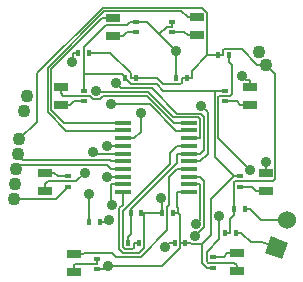
<source format=gtl>
G04 (created by PCBNEW (2013-07-07 BZR 4022)-stable) date 16-09-2014 20:10:18*
%MOIN*%
G04 Gerber Fmt 3.4, Leading zero omitted, Abs format*
%FSLAX34Y34*%
G01*
G70*
G90*
G04 APERTURE LIST*
%ADD10C,0.00590551*%
%ADD11R,0.0579X0.0165*%
%ADD12R,0.045X0.025*%
%ADD13R,0.0236X0.0157*%
%ADD14R,0.0157X0.0236*%
%ADD15C,0.0433071*%
%ADD16C,0.06*%
%ADD17C,0.035*%
%ADD18C,0.006*%
G04 APERTURE END LIST*
G54D10*
G54D11*
X1117Y-323D03*
X1117Y-67D03*
X1117Y189D03*
X1117Y445D03*
X-1085Y-1087D03*
X1117Y-1091D03*
X1117Y-835D03*
X1117Y-579D03*
X-1087Y701D03*
X-1087Y445D03*
X-1087Y189D03*
X-1087Y-67D03*
X-1087Y-323D03*
X-1087Y-579D03*
X1117Y701D03*
X-1085Y-835D03*
X1117Y-1347D03*
X1117Y957D03*
X-1087Y957D03*
X-1087Y-1347D03*
G54D12*
X-1405Y3850D03*
X-1405Y4450D03*
X2715Y-3395D03*
X2715Y-3995D03*
X3680Y-1305D03*
X3680Y-705D03*
X3145Y1555D03*
X3145Y2155D03*
X1390Y3870D03*
X1390Y4470D03*
X-2720Y-4000D03*
X-2720Y-3400D03*
X-3685Y-710D03*
X-3685Y-1310D03*
X-3150Y1555D03*
X-3150Y2155D03*
G54D13*
X-635Y3978D03*
X-635Y4332D03*
G54D14*
X688Y2455D03*
X1042Y2455D03*
G54D13*
X565Y3978D03*
X565Y4332D03*
X-1935Y-3922D03*
X-1935Y-3568D03*
X2315Y1678D03*
X2315Y2032D03*
X-2900Y-1177D03*
X-2900Y-823D03*
X2815Y-1172D03*
X2815Y-818D03*
X1915Y-3518D03*
X1915Y-3872D03*
X-2385Y2032D03*
X-2385Y1678D03*
G54D14*
X-558Y-3045D03*
X-912Y-3045D03*
X-1012Y2455D03*
X-658Y2455D03*
X-473Y-2050D03*
X-827Y-2050D03*
X-2577Y3300D03*
X-2223Y3300D03*
X-2212Y-2345D03*
X-1858Y-2345D03*
X577Y-2050D03*
X223Y-2050D03*
X2442Y3205D03*
X2088Y3205D03*
X992Y-3045D03*
X638Y-3045D03*
X2977Y-1900D03*
X2623Y-1900D03*
X2677Y-2700D03*
X2323Y-2700D03*
G54D15*
X-4722Y-1591D03*
X-4678Y-1093D03*
X-4635Y-595D03*
X-4591Y-96D03*
X-4547Y401D03*
X3690Y2888D03*
X3440Y3321D03*
X-4378Y1358D03*
X-4291Y1851D03*
G54D10*
G36*
X4223Y-3599D02*
X3659Y-3394D01*
X3864Y-2830D01*
X4428Y-3035D01*
X4223Y-3599D01*
X4223Y-3599D01*
G37*
G54D16*
X4386Y-2275D03*
G54D17*
X171Y-1554D03*
X2126Y-2140D03*
X-2067Y-7D03*
X-2351Y-707D03*
X1531Y1532D03*
X-1613Y-852D03*
X1330Y-2826D03*
X-1455Y-1766D03*
X-1540Y-2271D03*
X1363Y-2416D03*
X-2785Y2973D03*
X-1325Y2285D03*
X-1965Y2010D03*
X-1480Y1592D03*
X322Y-3172D03*
X3144Y-611D03*
X-2215Y-1417D03*
X3680Y-344D03*
X-1617Y171D03*
X2874Y2516D03*
X-491Y1291D03*
X687Y3350D03*
X-1576Y-3802D03*
G54D18*
X2087Y3205D02*
X1919Y3205D01*
X1042Y2455D02*
X1210Y2455D01*
X2087Y3205D02*
X2256Y3205D01*
X-2222Y3300D02*
X-2054Y3300D01*
X-826Y2623D02*
X-826Y2455D01*
X-1502Y3300D02*
X-826Y2623D01*
X-2054Y3300D02*
X-1502Y3300D01*
X-657Y2455D02*
X-489Y2455D01*
X1042Y2455D02*
X873Y2455D01*
X-657Y2455D02*
X-826Y2455D01*
X1730Y3205D02*
X1919Y3205D01*
X1210Y2685D02*
X1730Y3205D01*
X1210Y2455D02*
X1210Y2685D01*
X45Y2455D02*
X-489Y2455D01*
X253Y2246D02*
X45Y2455D01*
X833Y2246D02*
X253Y2246D01*
X873Y2286D02*
X833Y2246D01*
X873Y2455D02*
X873Y2286D01*
X-3959Y989D02*
X-4547Y401D01*
X-3959Y2601D02*
X-3959Y989D01*
X-1760Y4800D02*
X-3959Y2601D01*
X1539Y4800D02*
X-1760Y4800D01*
X1730Y4609D02*
X1539Y4800D01*
X1730Y3205D02*
X1730Y4609D01*
X-472Y-2050D02*
X-376Y-2050D01*
X-376Y-2050D02*
X-304Y-2050D01*
X222Y-2050D02*
X54Y-2050D01*
X54Y-2050D02*
X-304Y-2050D01*
X3396Y2888D02*
X3690Y2888D01*
X2872Y3413D02*
X3396Y2888D01*
X2296Y3413D02*
X2872Y3413D01*
X2256Y3373D02*
X2296Y3413D01*
X2256Y3205D02*
X2256Y3373D01*
X2606Y-1675D02*
X2622Y-1691D01*
X2606Y-1032D02*
X2606Y-1675D01*
X2650Y-987D02*
X2606Y-1032D01*
X3910Y-987D02*
X2650Y-987D01*
X3995Y-903D02*
X3910Y-987D01*
X3995Y2583D02*
X3995Y-903D01*
X3690Y2888D02*
X3995Y2583D01*
X2622Y-1900D02*
X2622Y-1691D01*
X2491Y-2239D02*
X2622Y-2108D01*
X2491Y-2700D02*
X2491Y-2239D01*
X2322Y-2700D02*
X2491Y-2700D01*
X2622Y-1900D02*
X2622Y-2108D01*
X-1087Y-1772D02*
X-1087Y-1347D01*
X-1210Y-1896D02*
X-1087Y-1772D01*
X-1210Y-3253D02*
X-1210Y-1896D01*
X-1077Y-3386D02*
X-1210Y-3253D01*
X-557Y-3386D02*
X-1077Y-3386D01*
X-376Y-3205D02*
X-557Y-3386D01*
X-376Y-2050D02*
X-376Y-3205D01*
X222Y-1606D02*
X222Y-2050D01*
X171Y-1554D02*
X222Y-1606D01*
X-1087Y-67D02*
X-1466Y-67D01*
X-1977Y-96D02*
X-2067Y-7D01*
X-1496Y-96D02*
X-1977Y-96D01*
X-1466Y-67D02*
X-1496Y-96D01*
X2126Y-2929D02*
X2126Y-2140D01*
X1706Y-3349D02*
X2126Y-2929D01*
X1706Y-3665D02*
X1706Y-3349D01*
X1743Y-3702D02*
X1706Y-3665D01*
X2637Y-3702D02*
X1743Y-3702D01*
X2715Y-3779D02*
X2637Y-3702D01*
X2715Y-3995D02*
X2715Y-3779D01*
X-557Y-3045D02*
X-726Y-3045D01*
X1117Y189D02*
X737Y189D01*
X-726Y-3213D02*
X-726Y-3045D01*
X-771Y-3258D02*
X-726Y-3213D01*
X-1025Y-3258D02*
X-771Y-3258D01*
X-1090Y-3192D02*
X-1025Y-3258D01*
X-1090Y-1984D02*
X-1090Y-3192D01*
X488Y-404D02*
X-1090Y-1984D01*
X488Y-59D02*
X488Y-404D01*
X737Y189D02*
X488Y-59D01*
X-3150Y2155D02*
X-3150Y1939D01*
X1117Y957D02*
X737Y957D01*
X611Y957D02*
X737Y957D01*
X-294Y1863D02*
X611Y957D01*
X-1737Y1863D02*
X-294Y1863D01*
X-1855Y1745D02*
X-1737Y1863D01*
X-2074Y1745D02*
X-1855Y1745D01*
X-2192Y1863D02*
X-2074Y1745D01*
X-3073Y1863D02*
X-2192Y1863D01*
X-3150Y1939D02*
X-3073Y1863D01*
X-2711Y1677D02*
X-2834Y1555D01*
X-2385Y1677D02*
X-2711Y1677D01*
X-3150Y1555D02*
X-2834Y1555D01*
X-1768Y4450D02*
X-1405Y4450D01*
X-3470Y2747D02*
X-1768Y4450D01*
X-3470Y1379D02*
X-3470Y2747D01*
X-3048Y957D02*
X-3470Y1379D01*
X-1087Y957D02*
X-3048Y957D01*
X-961Y3977D02*
X-1089Y3850D01*
X-635Y3977D02*
X-961Y3977D01*
X-1405Y3850D02*
X-1089Y3850D01*
X466Y-849D02*
X737Y-579D01*
X466Y-1766D02*
X466Y-849D01*
X391Y-1841D02*
X466Y-1766D01*
X391Y-2625D02*
X391Y-1841D01*
X-494Y-3511D02*
X391Y-2625D01*
X-1306Y-3511D02*
X-494Y-3511D01*
X-1431Y-3386D02*
X-1306Y-3511D01*
X-2391Y-3386D02*
X-1431Y-3386D01*
X-2404Y-3400D02*
X-2391Y-3386D01*
X-2720Y-3400D02*
X-2404Y-3400D01*
X1117Y-579D02*
X737Y-579D01*
X-2635Y-991D02*
X-2351Y-707D01*
X-3581Y-991D02*
X-2635Y-991D01*
X-3685Y-1094D02*
X-3581Y-991D01*
X1749Y-70D02*
X1496Y-322D01*
X1749Y1315D02*
X1749Y-70D01*
X1531Y1532D02*
X1749Y1315D01*
X1117Y-322D02*
X1496Y-322D01*
X-3685Y-1310D02*
X-3685Y-1094D01*
X-2671Y-3736D02*
X-2720Y-3784D01*
X-1935Y-3736D02*
X-2671Y-3736D01*
X-2720Y-4000D02*
X-2720Y-3784D01*
X-1935Y-3567D02*
X-1935Y-3736D01*
X-3256Y-822D02*
X-3369Y-710D01*
X-2900Y-822D02*
X-3256Y-822D01*
X-3685Y-710D02*
X-3369Y-710D01*
X-1087Y-579D02*
X-1466Y-579D01*
X-4476Y-436D02*
X-4635Y-595D01*
X-1609Y-436D02*
X-4476Y-436D01*
X-1466Y-579D02*
X-1609Y-436D01*
X2276Y-3517D02*
X2399Y-3395D01*
X1915Y-3517D02*
X2276Y-3517D01*
X2715Y-3395D02*
X2399Y-3395D01*
X3520Y-2275D02*
X3145Y-1900D01*
X4386Y-2275D02*
X3520Y-2275D01*
X2977Y-1900D02*
X3145Y-1900D01*
X-1595Y-835D02*
X-1085Y-835D01*
X-1613Y-852D02*
X-1595Y-835D01*
X1633Y-972D02*
X1496Y-835D01*
X1633Y-2523D02*
X1633Y-972D01*
X1330Y-2826D02*
X1633Y-2523D01*
X1117Y-835D02*
X1496Y-835D01*
X3178Y-3032D02*
X2845Y-2700D01*
X3543Y-3032D02*
X3178Y-3032D01*
X4043Y-3214D02*
X3543Y-3032D01*
X2704Y-2700D02*
X2845Y-2700D01*
X2704Y-2700D02*
X2677Y-2700D01*
X-1476Y-1098D02*
X-1464Y-1087D01*
X-1476Y-1746D02*
X-1476Y-1098D01*
X-1455Y-1766D02*
X-1476Y-1746D01*
X-1085Y-1087D02*
X-1464Y-1087D01*
X-1614Y-2345D02*
X-1540Y-2271D01*
X-1857Y-2345D02*
X-1614Y-2345D01*
X1117Y-1090D02*
X1496Y-1090D01*
X1496Y-2283D02*
X1363Y-2416D01*
X1496Y-1090D02*
X1496Y-2283D01*
X-827Y-2065D02*
X-827Y-2258D01*
X-912Y-3045D02*
X-912Y-2836D01*
X-827Y-2065D02*
X-827Y-2050D01*
X-827Y-2751D02*
X-827Y-2258D01*
X-912Y-2836D02*
X-827Y-2751D01*
X-2577Y3300D02*
X-2745Y3300D01*
X-2745Y3012D02*
X-2785Y2973D01*
X-2745Y3300D02*
X-2745Y3012D01*
X1306Y-67D02*
X1496Y-67D01*
X-1151Y2111D02*
X-1325Y2285D01*
X-117Y2111D02*
X-1151Y2111D01*
X726Y1267D02*
X-117Y2111D01*
X1510Y1267D02*
X726Y1267D01*
X1623Y1154D02*
X1510Y1267D01*
X1623Y60D02*
X1623Y1154D01*
X1496Y-67D02*
X1623Y60D01*
X1306Y-67D02*
X1117Y-67D01*
X-827Y-1931D02*
X-827Y-2050D01*
X737Y-367D02*
X-827Y-1931D01*
X737Y-67D02*
X737Y-367D01*
X1117Y-67D02*
X737Y-67D01*
X1496Y1079D02*
X1496Y445D01*
X1428Y1147D02*
X1496Y1079D01*
X591Y1147D02*
X1428Y1147D01*
X-248Y1987D02*
X591Y1147D01*
X-1941Y1987D02*
X-248Y1987D01*
X-1965Y2010D02*
X-1941Y1987D01*
X1117Y445D02*
X1496Y445D01*
X1117Y700D02*
X737Y700D01*
X697Y700D02*
X737Y700D01*
X-193Y1592D02*
X697Y700D01*
X-1480Y1592D02*
X-193Y1592D01*
X450Y-3045D02*
X322Y-3172D01*
X637Y-3045D02*
X450Y-3045D01*
X-1087Y-322D02*
X-1466Y-322D01*
X2442Y3205D02*
X2442Y2996D01*
X2538Y2900D02*
X2442Y2996D01*
X2538Y1921D02*
X2538Y2900D01*
X2471Y1855D02*
X2538Y1921D01*
X2134Y1855D02*
X2471Y1855D01*
X2095Y1815D02*
X2134Y1855D01*
X2095Y437D02*
X2095Y1815D01*
X3144Y-611D02*
X2095Y437D01*
X-1517Y-272D02*
X-1466Y-322D01*
X-4415Y-272D02*
X-1517Y-272D01*
X-4591Y-96D02*
X-4415Y-272D01*
X-2215Y-2133D02*
X-2212Y-2136D01*
X-2215Y-1417D02*
X-2215Y-2133D01*
X-2212Y-2345D02*
X-2212Y-2136D01*
X-1087Y189D02*
X-1466Y189D01*
X3680Y-705D02*
X3680Y-489D01*
X3680Y-489D02*
X3680Y-344D01*
X-1600Y189D02*
X-1617Y171D01*
X-1466Y189D02*
X-1600Y189D01*
X3231Y-1172D02*
X3364Y-1305D01*
X2815Y-1172D02*
X3231Y-1172D01*
X3680Y-1305D02*
X3364Y-1305D01*
X-491Y661D02*
X-707Y445D01*
X-491Y1291D02*
X-491Y661D01*
X-1087Y445D02*
X-707Y445D01*
X3021Y2370D02*
X2874Y2516D01*
X3145Y2370D02*
X3021Y2370D01*
X3145Y2155D02*
X3145Y2370D01*
X2706Y1677D02*
X2829Y1555D01*
X2315Y1677D02*
X2706Y1677D01*
X3145Y1555D02*
X2829Y1555D01*
X-2976Y700D02*
X-1087Y700D01*
X-3591Y1316D02*
X-2976Y700D01*
X-3591Y2796D02*
X-3591Y1316D01*
X-1710Y4678D02*
X-3591Y2796D01*
X866Y4678D02*
X-1710Y4678D01*
X1074Y4470D02*
X866Y4678D01*
X1390Y4470D02*
X1074Y4470D01*
X966Y3977D02*
X1074Y3870D01*
X565Y3977D02*
X966Y3977D01*
X1390Y3870D02*
X1074Y3870D01*
X687Y2455D02*
X687Y2663D01*
X-2900Y-1177D02*
X-2900Y-1182D01*
X-3308Y-1591D02*
X-2900Y-1182D01*
X-4722Y-1591D02*
X-3308Y-1591D01*
X687Y2663D02*
X687Y3350D01*
X577Y-2050D02*
X745Y-2050D01*
X1117Y-1347D02*
X737Y-1347D01*
X737Y-1844D02*
X737Y-1347D01*
X745Y-1852D02*
X737Y-1844D01*
X745Y-2050D02*
X745Y-1852D01*
X823Y-2127D02*
X745Y-2050D01*
X823Y-3045D02*
X823Y-2127D01*
X992Y-3045D02*
X823Y-3045D01*
X-1935Y-3922D02*
X-1726Y-3922D01*
X-1606Y-3802D02*
X-1726Y-3922D01*
X-1576Y-3802D02*
X-1606Y-3802D01*
X234Y-3802D02*
X-1576Y-3802D01*
X823Y-3213D02*
X234Y-3802D01*
X823Y-3045D02*
X823Y-3213D01*
X396Y4163D02*
X135Y3902D01*
X565Y4163D02*
X396Y4163D01*
X687Y3350D02*
X135Y3902D01*
X565Y4332D02*
X565Y4163D01*
X2815Y-817D02*
X2606Y-817D01*
X1915Y-3872D02*
X1706Y-3872D01*
X1975Y2032D02*
X2315Y2032D01*
X1975Y-186D02*
X2606Y-817D01*
X1975Y2032D02*
X1975Y-186D01*
X992Y-3045D02*
X1160Y-3045D01*
X-293Y4332D02*
X-635Y4332D01*
X135Y3902D02*
X-293Y4332D01*
X-635Y4332D02*
X-843Y4332D01*
X-2385Y2032D02*
X-2385Y2200D01*
X-803Y2246D02*
X-1012Y2455D01*
X46Y2246D02*
X-803Y2246D01*
X261Y2032D02*
X46Y2246D01*
X1975Y2032D02*
X261Y2032D01*
X-2385Y2568D02*
X-2385Y2200D01*
X-1125Y2568D02*
X-2385Y2568D01*
X-1012Y2455D02*
X-1125Y2568D01*
X-940Y4234D02*
X-843Y4332D01*
X-1633Y4234D02*
X-940Y4234D01*
X-2391Y3477D02*
X-1633Y4234D01*
X-2391Y2574D02*
X-2391Y3477D01*
X-2385Y2568D02*
X-2391Y2574D01*
X1207Y-3091D02*
X1560Y-3091D01*
X1160Y-3045D02*
X1207Y-3091D01*
X1855Y-2796D02*
X1560Y-3091D01*
X1855Y-1569D02*
X1855Y-2796D01*
X2606Y-817D02*
X1855Y-1569D01*
X1560Y-3726D02*
X1706Y-3872D01*
X1560Y-3091D02*
X1560Y-3726D01*
M02*

</source>
